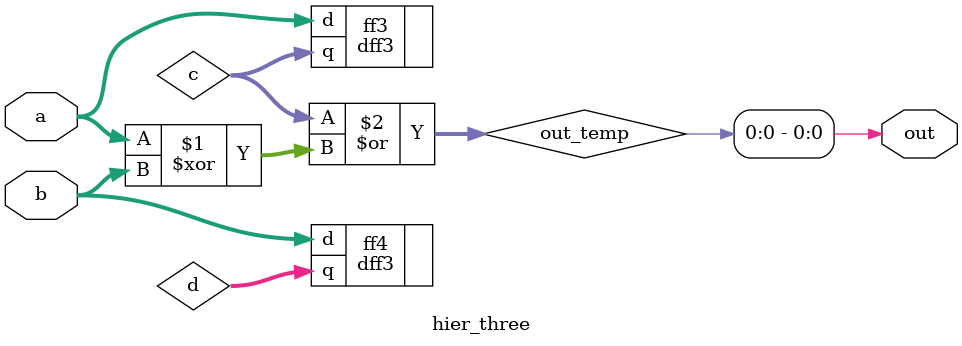
<source format=v>
/* Small test top module */

module hier_top (

input wire a,
input wire b,
output wire c);

wire out_one;
wire out_two;
wire out_three;

hier_one one (.ina(a), .inb(b), .out(out_one));

hier_one two (.ina(b), .inb(a), .out(out_two));

hier_three three (.a({a,a,a}), .b({b,b,b}), .out(out_three));

assign c = out_one + out_two;

endmodule

module hier_three (

input wire [2:0] a,
input wire [2:0] b,
output reg out);

wire [2:0] c;
wire [2:0] d;
wire [2:0] out_temp;

dff3 ff3 (.d(a), .q(c));

dff3 ff4 (.d(b), .q(d));

assign out_temp = c|a^b;
assign out = out_temp[0];

endmodule

</source>
